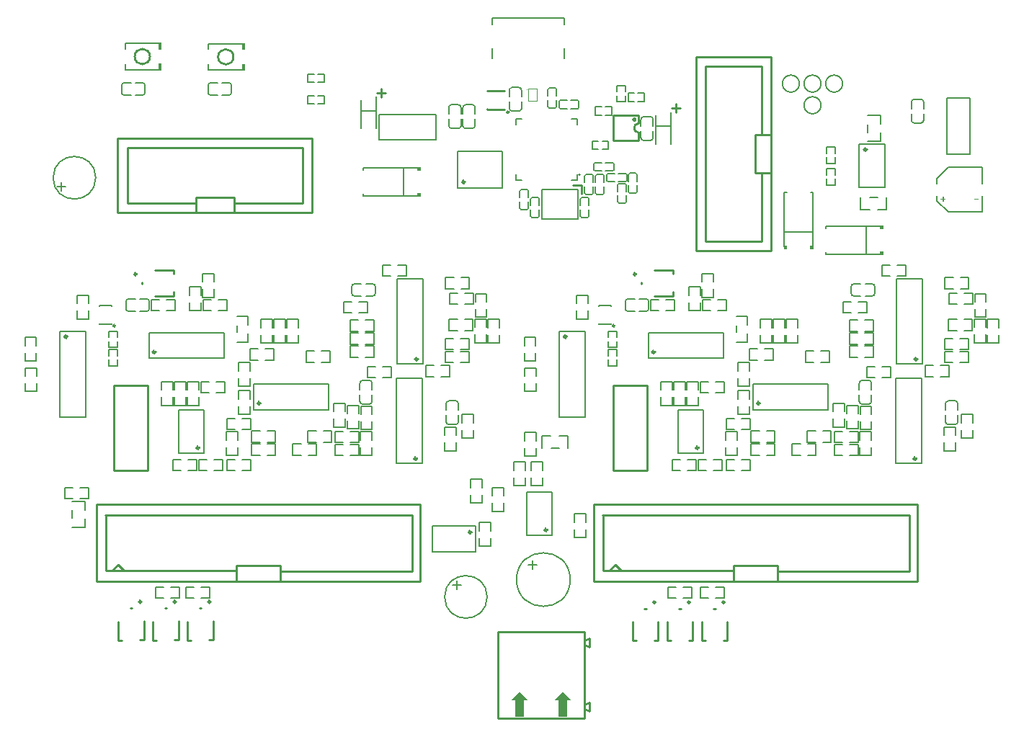
<source format=gbr>
%TF.GenerationSoftware,Altium Limited,Altium Designer,24.8.2 (39)*%
G04 Layer_Color=65535*
%FSLAX45Y45*%
%MOMM*%
%TF.SameCoordinates,7B02E6E7-76C9-4046-B631-68F2DAB786CE*%
%TF.FilePolarity,Positive*%
%TF.FileFunction,Legend,Top*%
%TF.Part,Single*%
G01*
G75*
%TA.AperFunction,NonConductor*%
%ADD88C,0.15001*%
%ADD89C,0.15240*%
%ADD90C,0.20000*%
%ADD91C,0.30000*%
%ADD92C,0.25400*%
%ADD93C,0.15200*%
%ADD94C,0.10000*%
%ADD95C,0.12700*%
%ADD96C,0.15199*%
%ADD97C,0.20320*%
G36*
X6258399Y174401D02*
X6158400D01*
Y374401D01*
X6108400D01*
X6208400Y474401D01*
X6308399Y374401D01*
X6258399D01*
Y174401D01*
D01*
D02*
G37*
G36*
X6766399D02*
X6666400D01*
Y374401D01*
X6616400D01*
X6716400Y474401D01*
X6816399Y374401D01*
X6766399D01*
Y174401D01*
D01*
D02*
G37*
G36*
X5004394Y6289560D02*
Y6330759D01*
X5050114D01*
Y6289560D01*
X5004394D01*
D01*
D02*
G37*
G36*
Y6640040D02*
Y6598841D01*
X5050114D01*
Y6640040D01*
X5004394D01*
D01*
D02*
G37*
G36*
X2002990Y8021241D02*
X1972510D01*
Y8099740D01*
X2002990D01*
Y8021241D01*
D02*
G37*
G36*
X2984072Y8017881D02*
X2953592D01*
Y8096379D01*
X2984072D01*
Y8017881D01*
D02*
G37*
G36*
X2002990Y7776261D02*
X1972510D01*
Y7854759D01*
X2002990D01*
Y7776261D01*
D02*
G37*
G36*
X2984072Y7772900D02*
X2953592D01*
Y7851399D01*
X2984072D01*
Y7772900D01*
D02*
G37*
G36*
X4529640Y7421369D02*
X4514441D01*
Y7467089D01*
X4529640D01*
Y7421369D01*
D02*
G37*
G36*
X7993240Y7239599D02*
X7978040D01*
Y7285319D01*
X7993240D01*
Y7239599D01*
D02*
G37*
G36*
X7572388Y7219038D02*
X7579235Y7212191D01*
X7582941Y7203244D01*
Y7198403D01*
Y7193561D01*
X7579235Y7184615D01*
X7572388Y7177768D01*
X7563442Y7174062D01*
X7553758D01*
X7544812Y7177768D01*
X7537965Y7184615D01*
X7534259Y7193561D01*
Y7198403D01*
Y7203244D01*
X7537965Y7212191D01*
X7544812Y7219038D01*
X7553758Y7222744D01*
X7563442D01*
X7572388Y7219038D01*
D02*
G37*
G36*
X11607662Y6255113D02*
X11550063D01*
Y6269512D01*
X11607662D01*
Y6255113D01*
D02*
G37*
G36*
X11195880Y6268800D02*
X11216200D01*
Y6254400D01*
X11195880D01*
Y6232800D01*
X11181481D01*
Y6254400D01*
X11158600D01*
Y6268800D01*
X11181481D01*
Y6290400D01*
X11195880D01*
Y6268800D01*
D02*
G37*
G36*
X10485714Y5913041D02*
X10439994D01*
Y5954240D01*
X10485714D01*
Y5913041D01*
D02*
G37*
G36*
X9664240Y5671286D02*
X9623041D01*
Y5717006D01*
X9664240D01*
Y5671286D01*
D02*
G37*
G36*
X9354959D02*
X9313760D01*
Y5717006D01*
X9354959D01*
Y5671286D01*
D02*
G37*
G36*
X10485714Y5603760D02*
X10439994D01*
Y5644959D01*
X10485714D01*
Y5603760D01*
D02*
G37*
D88*
X6921873Y6548851D02*
G03*
X6921873Y6548851I-7493J0D01*
G01*
D89*
X6440060Y6265339D02*
G03*
X6424820Y6280579I-15240J0D01*
G01*
X6355580D02*
G03*
X6340340Y6265339I0J-15240D01*
G01*
X6424820Y6046838D02*
G03*
X6440060Y6062078I0J15240D01*
G01*
X6340340D02*
G03*
X6355580Y6046838I15240J0D01*
G01*
X6891982Y7324260D02*
G03*
X6907222Y7339500I0J15240D01*
G01*
Y7408740D02*
G03*
X6891982Y7423980I-15240J0D01*
G01*
X6673481Y7339500D02*
G03*
X6688721Y7324260I15240J0D01*
G01*
Y7423980D02*
G03*
X6673481Y7408740I0J-15240D01*
G01*
X6924540Y6062078D02*
G03*
X6939780Y6046838I15240J0D01*
G01*
X7009020D02*
G03*
X7024260Y6062078I0J15240D01*
G01*
X6939780Y6280579D02*
G03*
X6924540Y6265339I0J-15240D01*
G01*
X7024260D02*
G03*
X7009020Y6280579I-15240J0D01*
G01*
X7589300Y6551541D02*
G03*
X7574060Y6566781I-15240J0D01*
G01*
X7504820D02*
G03*
X7489580Y6551541I0J-15240D01*
G01*
X7574060Y6333040D02*
G03*
X7589300Y6348280I0J15240D01*
G01*
X7489580D02*
G03*
X7504820Y6333040I15240J0D01*
G01*
X7464840Y6432161D02*
G03*
X7449600Y6447401I-15240J0D01*
G01*
X7380360D02*
G03*
X7365120Y6432161I0J-15240D01*
G01*
X7449600Y6213660D02*
G03*
X7464840Y6228900I0J15240D01*
G01*
X7365120D02*
G03*
X7380360Y6213660I15240J0D01*
G01*
X7097661Y6692460D02*
G03*
X7082421Y6677220I0J-15240D01*
G01*
Y6607980D02*
G03*
X7097661Y6592740I15240J0D01*
G01*
X7316162Y6677220D02*
G03*
X7300922Y6692460I-15240J0D01*
G01*
Y6592740D02*
G03*
X7316162Y6607980I0J15240D01*
G01*
X6543540Y7350061D02*
G03*
X6558780Y7334821I15240J0D01*
G01*
X6628020D02*
G03*
X6643260Y7350061I0J15240D01*
G01*
X6558780Y7568562D02*
G03*
X6543540Y7553322I0J-15240D01*
G01*
X6643260D02*
G03*
X6628020Y7568562I-15240J0D01*
G01*
X6313060Y6359522D02*
G03*
X6297820Y6374762I-15240J0D01*
G01*
X6228580D02*
G03*
X6213340Y6359522I0J-15240D01*
G01*
X6297820Y6141021D02*
G03*
X6313060Y6156261I0J15240D01*
G01*
X6213340D02*
G03*
X6228580Y6141021I15240J0D01*
G01*
X7202060Y6537322D02*
G03*
X7186820Y6552562I-15240J0D01*
G01*
X7117580D02*
G03*
X7102340Y6537322I0J-15240D01*
G01*
X7186820Y6318821D02*
G03*
X7202060Y6334061I0J15240D01*
G01*
X7102340D02*
G03*
X7117580Y6318821I15240J0D01*
G01*
X7075060Y6537322D02*
G03*
X7059820Y6552562I-15240J0D01*
G01*
X6990580D02*
G03*
X6975340Y6537322I0J-15240D01*
G01*
X7059820Y6318821D02*
G03*
X7075060Y6334061I0J15240D01*
G01*
X6975340D02*
G03*
X6990580Y6318821I15240J0D01*
G01*
X2468460Y5134958D02*
Y5230845D01*
X2336340D02*
X2468460D01*
X2336340Y5134958D02*
Y5230845D01*
X2468460Y4953828D02*
Y5049715D01*
X2336340Y4953828D02*
X2468460D01*
X2336340D02*
Y5049715D01*
X2620860Y5289085D02*
Y5384972D01*
X2488740D02*
X2620860D01*
X2488740Y5289085D02*
Y5384972D01*
X2620860Y5107955D02*
Y5203843D01*
X2488740Y5107955D02*
X2620860D01*
X2488740D02*
Y5203843D01*
X2006140Y3837955D02*
Y3933843D01*
Y3837955D02*
X2138260D01*
Y3933843D01*
X2006140Y4019085D02*
Y4114972D01*
X2138260D01*
Y4019085D02*
Y4114972D01*
X2158540Y3837955D02*
Y3933843D01*
Y3837955D02*
X2290660D01*
Y3933843D01*
X2158540Y4019085D02*
Y4114972D01*
X2290660D01*
Y4019085D02*
Y4114972D01*
X2467955Y4117860D02*
X2563842D01*
X2467955Y3985740D02*
Y4117860D01*
Y3985740D02*
X2563842D01*
X2649085Y4117860D02*
X2744972D01*
Y3985740D02*
Y4117860D01*
X2649085Y3985740D02*
X2744972D01*
X2310940Y3839682D02*
Y3935570D01*
Y3839682D02*
X2443060D01*
Y3935570D01*
X2310940Y4020812D02*
Y4116700D01*
X2443060D01*
Y4020812D02*
Y4116700D01*
X1483757Y4519851D02*
Y4591654D01*
X1384037Y4519851D02*
X1483757D01*
X1384037D02*
Y4591654D01*
X1483757Y4636897D02*
Y4708700D01*
X1384037D02*
X1483757D01*
X1384037Y4636897D02*
Y4708700D01*
X2063158Y4950940D02*
X2159045D01*
Y5083060D01*
X2063158D02*
X2159045D01*
X1882028Y4950940D02*
X1977915D01*
X1882028D02*
Y5083060D01*
X1977915D01*
X1015540Y4853955D02*
Y4949843D01*
Y4853955D02*
X1147660D01*
Y4949843D01*
X1015540Y5035085D02*
Y5130972D01*
X1147660D01*
Y5035085D02*
Y5130972D01*
X1487060Y4305457D02*
Y4377260D01*
X1387340Y4305457D02*
X1487060D01*
X1387340D02*
Y4377260D01*
X1487060Y4422503D02*
Y4494306D01*
X1387340D02*
X1487060D01*
X1387340Y4422503D02*
Y4494306D01*
X534757Y4182679D02*
Y4278566D01*
X402636D02*
X534757D01*
X402636Y4182679D02*
Y4278566D01*
X534757Y4001549D02*
Y4097436D01*
X402636Y4001549D02*
X534757D01*
X402636D02*
Y4097436D01*
X399897Y4360176D02*
Y4456064D01*
Y4360176D02*
X532017D01*
Y4456064D01*
X399897Y4541306D02*
Y4637194D01*
X532017D01*
Y4541306D02*
Y4637194D01*
X2771028Y3686060D02*
X2866915D01*
X2771028Y3553940D02*
Y3686060D01*
Y3553940D02*
X2866915D01*
X2952158Y3686060D02*
X3048045D01*
Y3553940D02*
Y3686060D01*
X2952158Y3553940D02*
X3048045D01*
X2772755Y3203460D02*
X2868642D01*
X2772755Y3071340D02*
Y3203460D01*
Y3071340D02*
X2868642D01*
X2953885Y3203460D02*
X3049772D01*
Y3071340D02*
Y3203460D01*
X2953885Y3071340D02*
X3049772D01*
X8910100Y3915270D02*
Y4011158D01*
X8777979D02*
X8910100D01*
X8777979Y3915270D02*
Y4011158D01*
X8910100Y3734140D02*
Y3830028D01*
X8777979Y3734140D02*
X8910100D01*
X8777979D02*
Y3830028D01*
X9194340Y4572828D02*
Y4668715D01*
Y4572828D02*
X9326460D01*
Y4668715D01*
X9194340Y4753958D02*
Y4849845D01*
X9326460D01*
Y4753958D02*
Y4849845D01*
X9041940Y4572828D02*
Y4668715D01*
Y4572828D02*
X9174060D01*
Y4668715D01*
X9041940Y4753958D02*
Y4849845D01*
X9174060D01*
Y4753958D02*
Y4849845D01*
X9346740Y4572828D02*
Y4668715D01*
Y4572828D02*
X9478860D01*
Y4668715D01*
X9346740Y4753958D02*
Y4849845D01*
X9478860D01*
Y4753958D02*
Y4849845D01*
X8910100Y4245470D02*
Y4341358D01*
X8777979D02*
X8910100D01*
X8777979Y4245470D02*
Y4341358D01*
X8910100Y4064340D02*
Y4160228D01*
X8777979Y4064340D02*
X8910100D01*
X8777979D02*
Y4160228D01*
X8909883Y4504140D02*
X9005770D01*
X8909883Y4372019D02*
Y4504140D01*
Y4372019D02*
X9005770D01*
X9091013Y4504140D02*
X9186900D01*
Y4372019D02*
Y4504140D01*
X9091013Y4372019D02*
X9186900D01*
X8335860Y5134958D02*
Y5230845D01*
X8203740D02*
X8335860D01*
X8203740Y5134958D02*
Y5230845D01*
X8335860Y4953828D02*
Y5049715D01*
X8203740Y4953828D02*
X8335860D01*
X8203740D02*
Y5049715D01*
X8488260Y5289085D02*
Y5384972D01*
X8356140D02*
X8488260D01*
X8356140Y5289085D02*
Y5384972D01*
X8488260Y5107955D02*
Y5203843D01*
X8356140Y5107955D02*
X8488260D01*
X8356140D02*
Y5203843D01*
X7873540Y3837955D02*
Y3933843D01*
Y3837955D02*
X8005660D01*
Y3933843D01*
X7873540Y4019085D02*
Y4114972D01*
X8005660D01*
Y4019085D02*
Y4114972D01*
X8025940Y3837955D02*
Y3933843D01*
Y3837955D02*
X8158060D01*
Y3933843D01*
X8025940Y4019085D02*
Y4114972D01*
X8158060D01*
Y4019085D02*
Y4114972D01*
X8335355Y4117860D02*
X8431242D01*
X8335355Y3985740D02*
Y4117860D01*
Y3985740D02*
X8431242D01*
X8516485Y4117860D02*
X8612372D01*
Y3985740D02*
Y4117860D01*
X8516485Y3985740D02*
X8612372D01*
X8178340Y3839682D02*
Y3935570D01*
Y3839682D02*
X8310460D01*
Y3935570D01*
X8178340Y4020812D02*
Y4116700D01*
X8310460D01*
Y4020812D02*
Y4116700D01*
X7351157Y4519851D02*
Y4591654D01*
X7251437Y4519851D02*
X7351157D01*
X7251437D02*
Y4591654D01*
X7351157Y4636897D02*
Y4708700D01*
X7251437D02*
X7351157D01*
X7251437Y4636897D02*
Y4708700D01*
X7930558Y4950940D02*
X8026445D01*
Y5083060D01*
X7930558D02*
X8026445D01*
X7749428Y4950940D02*
X7845315D01*
X7749428D02*
Y5083060D01*
X7845315D01*
X6882940Y4853955D02*
Y4949843D01*
Y4853955D02*
X7015060D01*
Y4949843D01*
X6882940Y5035085D02*
Y5130972D01*
X7015060D01*
Y5035085D02*
Y5130972D01*
X7354460Y4305457D02*
Y4377260D01*
X7254740Y4305457D02*
X7354460D01*
X7254740D02*
Y4377260D01*
X7354460Y4422503D02*
Y4494306D01*
X7254740D02*
X7354460D01*
X7254740Y4422503D02*
Y4494306D01*
X6402157Y4182679D02*
Y4278566D01*
X6270036D02*
X6402157D01*
X6270036Y4182679D02*
Y4278566D01*
X6402157Y4001549D02*
Y4097436D01*
X6270036Y4001549D02*
X6402157D01*
X6270036D02*
Y4097436D01*
X6267297Y4360176D02*
Y4456064D01*
Y4360176D02*
X6399417D01*
Y4456064D01*
X6267297Y4541306D02*
Y4637194D01*
X6399417D01*
Y4541306D02*
Y4637194D01*
X7954355Y1704860D02*
X8050242D01*
X7954355Y1572740D02*
Y1704860D01*
Y1572740D02*
X8050242D01*
X8135485Y1704860D02*
X8231372D01*
Y1572740D02*
Y1704860D01*
X8135485Y1572740D02*
X8231372D01*
X8516485D02*
X8612372D01*
Y1704860D01*
X8516485D02*
X8612372D01*
X8335355Y1572740D02*
X8431242D01*
X8335355D02*
Y1704860D01*
X8431242D01*
X2113958Y1572740D02*
X2209845D01*
Y1704860D01*
X2113958D02*
X2209845D01*
X1932828Y1572740D02*
X2028715D01*
X1932828D02*
Y1704860D01*
X2028715D01*
X2469558Y1572740D02*
X2565445D01*
Y1704860D01*
X2469558D02*
X2565445D01*
X2288428Y1572740D02*
X2384315D01*
X2288428D02*
Y1704860D01*
X2384315D01*
X9919860Y6682694D02*
Y6754497D01*
X9820140Y6682694D02*
X9919860D01*
X9820140D02*
Y6754497D01*
X9919860Y6799740D02*
Y6871543D01*
X9820140D02*
X9919860D01*
X9820140Y6799740D02*
Y6871543D01*
X9919860Y6428694D02*
Y6500497D01*
X9820140Y6428694D02*
X9919860D01*
X9820140D02*
Y6500497D01*
X9919860Y6545740D02*
Y6617543D01*
X9820140D02*
X9919860D01*
X9820140Y6545740D02*
Y6617543D01*
X5892340Y2593355D02*
Y2689243D01*
Y2593355D02*
X6024460D01*
Y2689243D01*
X5892340Y2774485D02*
Y2870372D01*
X6024460D01*
Y2774485D02*
Y2870372D01*
X6989660Y2467958D02*
Y2563845D01*
X6857540D02*
X6989660D01*
X6857540Y2467958D02*
Y2563845D01*
X6989660Y2286828D02*
Y2382715D01*
X6857540Y2286828D02*
X6989660D01*
X6857540D02*
Y2382715D01*
X6349540Y2896428D02*
Y2992315D01*
Y2896428D02*
X6481660D01*
Y2992315D01*
X6349540Y3077558D02*
Y3173445D01*
X6481660D01*
Y3077558D02*
Y3173445D01*
X6146340Y2896428D02*
Y2992315D01*
Y2896428D02*
X6278460D01*
Y2992315D01*
X6146340Y3077558D02*
Y3173445D01*
X6278460D01*
Y3077558D02*
Y3173445D01*
X5638340Y2693228D02*
Y2789115D01*
Y2693228D02*
X5770460D01*
Y2789115D01*
X5638340Y2874358D02*
Y2970245D01*
X5770460D01*
Y2874358D02*
Y2970245D01*
X5739940Y2185228D02*
Y2281115D01*
Y2185228D02*
X5872060D01*
Y2281115D01*
X5739940Y2366358D02*
Y2462245D01*
X5872060D01*
Y2366358D02*
Y2462245D01*
X7101497Y7247560D02*
X7173300D01*
X7101497D02*
Y7347280D01*
X7173300D01*
X7218543Y7247560D02*
X7290346D01*
Y7347280D01*
X7218543D02*
X7290346D01*
X7065294Y6846740D02*
X7137097D01*
X7065294D02*
Y6946460D01*
X7137097D01*
X7182340Y6846740D02*
X7254143D01*
Y6946460D01*
X7182340D02*
X7254143D01*
X6885927Y7138192D02*
Y7205561D01*
X6818558D02*
X6885927D01*
Y6490317D02*
Y6557688D01*
X6818558Y6490317D02*
X6885927D01*
X6170683Y7138192D02*
Y7205561D01*
X6238054D01*
X6170683Y6490317D02*
Y6557688D01*
Y6490317D02*
X6238054D01*
X6340340Y6186330D02*
Y6265339D01*
X6440060Y6186330D02*
Y6265339D01*
X6355580Y6280579D02*
X6424820D01*
X6340340Y6062078D02*
Y6141087D01*
X6440060Y6062078D02*
Y6141087D01*
X6355580Y6046838D02*
X6424820D01*
X6812973Y7423980D02*
X6891982D01*
X6812973Y7324260D02*
X6891982D01*
X6907222Y7339500D02*
Y7408740D01*
X6688721Y7423980D02*
X6767730D01*
X6688721Y7324260D02*
X6767730D01*
X6673481Y7339500D02*
Y7408740D01*
X7024260Y6062078D02*
Y6141087D01*
X6924540Y6062078D02*
Y6141087D01*
X6939780Y6046838D02*
X7009020D01*
X7024260Y6186330D02*
Y6265339D01*
X6924540Y6186330D02*
Y6265339D01*
X6939780Y6280579D02*
X7009020D01*
X7250061Y6565460D02*
X7329070D01*
X7234821Y6550220D02*
X7250061Y6565460D01*
X7234821Y6480980D02*
Y6550220D01*
Y6480980D02*
X7250061Y6465740D01*
X7329070D01*
X7374313Y6565460D02*
X7453322D01*
X7468562Y6550220D01*
Y6480980D02*
Y6550220D01*
X7453322Y6465740D02*
X7468562Y6480980D01*
X7374313Y6465740D02*
X7453322D01*
X7489580Y6472532D02*
Y6551541D01*
X7589300Y6472532D02*
Y6551541D01*
X7504820Y6566781D02*
X7574060D01*
X7489580Y6348280D02*
Y6427289D01*
X7589300Y6348280D02*
Y6427289D01*
X7504820Y6333040D02*
X7574060D01*
X7365120Y6353152D02*
Y6432161D01*
X7464840Y6353152D02*
Y6432161D01*
X7380360Y6447401D02*
X7449600D01*
X7365120Y6228900D02*
Y6307909D01*
X7464840Y6228900D02*
Y6307909D01*
X7380360Y6213660D02*
X7449600D01*
X7097661Y6592740D02*
X7176670D01*
X7097661Y6692460D02*
X7176670D01*
X7082421Y6607980D02*
Y6677220D01*
X7221913Y6592740D02*
X7300922D01*
X7221913Y6692460D02*
X7300922D01*
X7316162Y6607980D02*
Y6677220D01*
X6643260Y7350061D02*
Y7429070D01*
X6543540Y7350061D02*
Y7429070D01*
X6558780Y7334821D02*
X6628020D01*
X6643260Y7474313D02*
Y7553322D01*
X6543540Y7474313D02*
Y7553322D01*
X6558780Y7568562D02*
X6628020D01*
X6213340Y6280513D02*
Y6359522D01*
X6313060Y6280513D02*
Y6359522D01*
X6228580Y6374762D02*
X6297820D01*
X6213340Y6156261D02*
Y6235270D01*
X6313060Y6156261D02*
Y6235270D01*
X6228580Y6141021D02*
X6297820D01*
X7102340Y6458313D02*
Y6537322D01*
X7202060Y6458313D02*
Y6537322D01*
X7117580Y6552562D02*
X7186820D01*
X7102340Y6334061D02*
Y6413070D01*
X7202060Y6334061D02*
Y6413070D01*
X7117580Y6318821D02*
X7186820D01*
X6975340Y6458313D02*
Y6537322D01*
X7075060Y6458313D02*
Y6537322D01*
X6990580Y6552562D02*
X7059820D01*
X6975340Y6334061D02*
Y6413070D01*
X7075060Y6334061D02*
Y6413070D01*
X6990580Y6318821D02*
X7059820D01*
X3722857Y7380140D02*
X3794660D01*
X3722857D02*
Y7479860D01*
X3794660D01*
X3839903Y7380140D02*
X3911706D01*
Y7479860D01*
X3839903D02*
X3911706D01*
X7485100Y7407100D02*
X7556903D01*
X7485100D02*
Y7506821D01*
X7556903D01*
X7602146Y7407100D02*
X7673949D01*
Y7506821D01*
X7602146D02*
X7673949D01*
X7454500Y7407300D02*
Y7479103D01*
X7354780Y7407300D02*
X7454500D01*
X7354780D02*
Y7479103D01*
X7454500Y7524346D02*
Y7596149D01*
X7354780D02*
X7454500D01*
X7354780Y7524346D02*
Y7596149D01*
X3722857Y7634140D02*
X3794660D01*
X3722857D02*
Y7733860D01*
X3794660D01*
X3839903Y7634140D02*
X3911706D01*
Y7733860D01*
X3839903D02*
X3911706D01*
X2440828Y3203460D02*
X2536715D01*
X2440828Y3071340D02*
Y3203460D01*
Y3071340D02*
X2536715D01*
X2621958Y3203460D02*
X2717845D01*
Y3071340D02*
Y3203460D01*
X2621958Y3071340D02*
X2717845D01*
X2900260Y3433158D02*
Y3529045D01*
X2768140D02*
X2900260D01*
X2768140Y3433158D02*
Y3529045D01*
X2900260Y3252028D02*
Y3347915D01*
X2768140Y3252028D02*
X2900260D01*
X2768140D02*
Y3347915D01*
X4401685Y4557240D02*
X4497572D01*
Y4689360D01*
X4401685D02*
X4497572D01*
X4220555Y4557240D02*
X4316442D01*
X4220555D02*
Y4689360D01*
X4316442D01*
X4601555Y5489460D02*
X4697442D01*
X4601555Y5357340D02*
Y5489460D01*
Y5357340D02*
X4697442D01*
X4782685Y5489460D02*
X4878572D01*
Y5357340D02*
Y5489460D01*
X4782685Y5357340D02*
X4878572D01*
X5824000Y5055730D02*
Y5151618D01*
X5691879D02*
X5824000D01*
X5691879Y5055730D02*
Y5151618D01*
X5824000Y4874600D02*
Y4970488D01*
X5691879Y4874600D02*
X5824000D01*
X5691879D02*
Y4970488D01*
X5341183Y5339800D02*
X5437070D01*
X5341183Y5207679D02*
Y5339800D01*
Y5207679D02*
X5437070D01*
X5522313Y5339800D02*
X5618200D01*
Y5207679D02*
Y5339800D01*
X5522313Y5207679D02*
X5618200D01*
X2137755Y3203460D02*
X2233642D01*
X2137755Y3071340D02*
Y3203460D01*
Y3071340D02*
X2233642D01*
X2318885Y3203460D02*
X2414772D01*
Y3071340D02*
Y3203460D01*
X2318885Y3071340D02*
X2414772D01*
X4220555Y4536960D02*
X4316442D01*
X4220555Y4404840D02*
Y4536960D01*
Y4404840D02*
X4316442D01*
X4401685Y4536960D02*
X4497572D01*
Y4404840D02*
Y4536960D01*
X4401685Y4404840D02*
X4497572D01*
X5841540Y4572828D02*
Y4668715D01*
Y4572828D02*
X5973660D01*
Y4668715D01*
X5841540Y4753958D02*
Y4849845D01*
X5973660D01*
Y4753958D02*
Y4849845D01*
X5388955Y5159260D02*
X5484842D01*
X5388955Y5027140D02*
Y5159260D01*
Y5027140D02*
X5484842D01*
X5570085Y5159260D02*
X5665972D01*
Y5027140D02*
Y5159260D01*
X5570085Y5027140D02*
X5665972D01*
X5821260Y4755685D02*
Y4851572D01*
X5689140D02*
X5821260D01*
X5689140Y4755685D02*
Y4851572D01*
X5821260Y4574555D02*
Y4670443D01*
X5689140Y4574555D02*
X5821260D01*
X5689140D02*
Y4670443D01*
X5517558Y4493740D02*
X5613445D01*
Y4625860D01*
X5517558D02*
X5613445D01*
X5336428Y4493740D02*
X5432315D01*
X5336428D02*
Y4625860D01*
X5432315D01*
X4401685Y4709640D02*
X4497572D01*
Y4841760D01*
X4401685D02*
X4497572D01*
X4220555Y4709640D02*
X4316442D01*
X4220555D02*
Y4841760D01*
X4316442D01*
X4142628Y5057660D02*
X4238515D01*
X4142628Y4925540D02*
Y5057660D01*
Y4925540D02*
X4238515D01*
X4323758Y5057660D02*
X4419645D01*
Y4925540D02*
Y5057660D01*
X4323758Y4925540D02*
X4419645D01*
X5565330Y4719600D02*
X5661218D01*
Y4851721D01*
X5565330D02*
X5661218D01*
X5384200Y4719600D02*
X5480088D01*
X5384200D02*
Y4851721D01*
X5480088D01*
X5290685Y4176240D02*
X5386572D01*
Y4308360D01*
X5290685D02*
X5386572D01*
X5109555Y4176240D02*
X5205442D01*
X5109555D02*
Y4308360D01*
X5205442D01*
X5517558Y4341340D02*
X5613445D01*
Y4473460D01*
X5517558D02*
X5613445D01*
X5336428Y4341340D02*
X5432315D01*
X5336428D02*
Y4473460D01*
X5432315D01*
X4222158Y3401540D02*
X4318045D01*
Y3533660D01*
X4222158D02*
X4318045D01*
X4041028Y3401540D02*
X4136915D01*
X4041028D02*
Y3533660D01*
X4136915D01*
X4422028Y4295660D02*
X4517915D01*
X4422028Y4163540D02*
Y4295660D01*
Y4163540D02*
X4517915D01*
X4603158Y4295660D02*
X4699045D01*
Y4163540D02*
Y4295660D01*
X4603158Y4163540D02*
X4699045D01*
X4187800Y3561583D02*
Y3657470D01*
Y3561583D02*
X4319921D01*
Y3657470D01*
X4187800Y3742713D02*
Y3838600D01*
X4319921D01*
Y3742713D02*
Y3838600D01*
X4477800Y3734930D02*
Y3830818D01*
X4345679D02*
X4477800D01*
X4345679Y3734930D02*
Y3830818D01*
X4477800Y3553800D02*
Y3649688D01*
X4345679Y3553800D02*
X4477800D01*
X4345679D02*
Y3649688D01*
X4475060Y3433158D02*
Y3529045D01*
X4342940D02*
X4475060D01*
X4342940Y3433158D02*
Y3529045D01*
X4475060Y3252028D02*
Y3347915D01*
X4342940Y3252028D02*
X4475060D01*
X4342940D02*
Y3347915D01*
X5333540Y3304555D02*
Y3400443D01*
Y3304555D02*
X5465660D01*
Y3400443D01*
X5333540Y3485685D02*
Y3581572D01*
X5465660D01*
Y3485685D02*
Y3581572D01*
X4042755Y3381260D02*
X4138642D01*
X4042755Y3249140D02*
Y3381260D01*
Y3249140D02*
X4138642D01*
X4223885Y3381260D02*
X4319772D01*
Y3249140D02*
Y3381260D01*
X4223885Y3249140D02*
X4319772D01*
X5668860Y3636358D02*
Y3732245D01*
X5536740D02*
X5668860D01*
X5536740Y3636358D02*
Y3732245D01*
X5668860Y3455228D02*
Y3551115D01*
X5536740Y3455228D02*
X5668860D01*
X5536740D02*
Y3551115D01*
X4025440Y3584768D02*
Y3680655D01*
Y3584768D02*
X4157560D01*
Y3680655D01*
X4025440Y3765898D02*
Y3861785D01*
X4157560D01*
Y3765898D02*
Y3861785D01*
X3545728Y3383800D02*
X3641615D01*
X3545728Y3251680D02*
Y3383800D01*
Y3251680D02*
X3641615D01*
X3726858Y3383800D02*
X3822745D01*
Y3251680D02*
Y3383800D01*
X3726858Y3251680D02*
X3822745D01*
X3064855Y3383800D02*
X3160742D01*
X3064855Y3251680D02*
Y3383800D01*
Y3251680D02*
X3160742D01*
X3245985Y3383800D02*
X3341872D01*
Y3251680D02*
Y3383800D01*
X3245985Y3251680D02*
X3341872D01*
X8541885Y4950940D02*
X8637772D01*
Y5083060D01*
X8541885D02*
X8637772D01*
X8360755Y4950940D02*
X8456642D01*
X8360755D02*
Y5083060D01*
X8456642D01*
X9592655Y3536200D02*
X9688542D01*
X9592655Y3404080D02*
Y3536200D01*
Y3404080D02*
X9688542D01*
X9773785Y3536200D02*
X9869672D01*
Y3404080D02*
Y3536200D01*
X9773785Y3404080D02*
X9869672D01*
X9111658D02*
X9207545D01*
Y3536200D01*
X9111658D02*
X9207545D01*
X8930528Y3404080D02*
X9026415D01*
X8930528D02*
Y3536200D01*
X9026415D01*
X8638428Y3686060D02*
X8734315D01*
X8638428Y3553940D02*
Y3686060D01*
Y3553940D02*
X8734315D01*
X8819558Y3686060D02*
X8915445D01*
Y3553940D02*
Y3686060D01*
X8819558Y3553940D02*
X8915445D01*
X8640155Y3203460D02*
X8736042D01*
X8640155Y3071340D02*
Y3203460D01*
Y3071340D02*
X8736042D01*
X8821285Y3203460D02*
X8917172D01*
Y3071340D02*
Y3203460D01*
X8821285Y3071340D02*
X8917172D01*
X8308228Y3203460D02*
X8404115D01*
X8308228Y3071340D02*
Y3203460D01*
Y3071340D02*
X8404115D01*
X8489358Y3203460D02*
X8585245D01*
Y3071340D02*
Y3203460D01*
X8489358Y3071340D02*
X8585245D01*
X8767660Y3433158D02*
Y3529045D01*
X8635540D02*
X8767660D01*
X8635540Y3433158D02*
Y3529045D01*
X8767660Y3252028D02*
Y3347915D01*
X8635540Y3252028D02*
X8767660D01*
X8635540D02*
Y3347915D01*
X10269085Y4557240D02*
X10364972D01*
Y4689360D01*
X10269085D02*
X10364972D01*
X10087955Y4557240D02*
X10183842D01*
X10087955D02*
Y4689360D01*
X10183842D01*
X10468955Y5489460D02*
X10564842D01*
X10468955Y5357340D02*
Y5489460D01*
Y5357340D02*
X10564842D01*
X10650085Y5489460D02*
X10745972D01*
Y5357340D02*
Y5489460D01*
X10650085Y5357340D02*
X10745972D01*
X11691400Y5055730D02*
Y5151618D01*
X11559279D02*
X11691400D01*
X11559279Y5055730D02*
Y5151618D01*
X11691400Y4874600D02*
Y4970488D01*
X11559279Y4874600D02*
X11691400D01*
X11559279D02*
Y4970488D01*
X11208583Y5339800D02*
X11304470D01*
X11208583Y5207679D02*
Y5339800D01*
Y5207679D02*
X11304470D01*
X11389713Y5339800D02*
X11485600D01*
Y5207679D02*
Y5339800D01*
X11389713Y5207679D02*
X11485600D01*
X8005155Y3203460D02*
X8101042D01*
X8005155Y3071340D02*
Y3203460D01*
Y3071340D02*
X8101042D01*
X8186285Y3203460D02*
X8282172D01*
Y3071340D02*
Y3203460D01*
X8186285Y3071340D02*
X8282172D01*
X10087955Y4536960D02*
X10183842D01*
X10087955Y4404840D02*
Y4536960D01*
Y4404840D02*
X10183842D01*
X10269085Y4536960D02*
X10364972D01*
Y4404840D02*
Y4536960D01*
X10269085Y4404840D02*
X10364972D01*
X11708940Y4572828D02*
Y4668715D01*
Y4572828D02*
X11841060D01*
Y4668715D01*
X11708940Y4753958D02*
Y4849845D01*
X11841060D01*
Y4753958D02*
Y4849845D01*
X11256355Y5159260D02*
X11352242D01*
X11256355Y5027140D02*
Y5159260D01*
Y5027140D02*
X11352242D01*
X11437485Y5159260D02*
X11533372D01*
Y5027140D02*
Y5159260D01*
X11437485Y5027140D02*
X11533372D01*
X11688660Y4755685D02*
Y4851572D01*
X11556540D02*
X11688660D01*
X11556540Y4755685D02*
Y4851572D01*
X11688660Y4574555D02*
Y4670443D01*
X11556540Y4574555D02*
X11688660D01*
X11556540D02*
Y4670443D01*
X11384958Y4493740D02*
X11480845D01*
Y4625860D01*
X11384958D02*
X11480845D01*
X11203828Y4493740D02*
X11299715D01*
X11203828D02*
Y4625860D01*
X11299715D01*
X10269085Y4709640D02*
X10364972D01*
Y4841760D01*
X10269085D02*
X10364972D01*
X10087955Y4709640D02*
X10183842D01*
X10087955D02*
Y4841760D01*
X10183842D01*
X10010028Y5057660D02*
X10105915D01*
X10010028Y4925540D02*
Y5057660D01*
Y4925540D02*
X10105915D01*
X10191158Y5057660D02*
X10287045D01*
Y4925540D02*
Y5057660D01*
X10191158Y4925540D02*
X10287045D01*
X11432730Y4719600D02*
X11528618D01*
Y4851721D01*
X11432730D02*
X11528618D01*
X11251600Y4719600D02*
X11347488D01*
X11251600D02*
Y4851721D01*
X11347488D01*
X11158085Y4176240D02*
X11253972D01*
Y4308360D01*
X11158085D02*
X11253972D01*
X10976955Y4176240D02*
X11072842D01*
X10976955D02*
Y4308360D01*
X11072842D01*
X11384958Y4341340D02*
X11480845D01*
Y4473460D01*
X11384958D02*
X11480845D01*
X11203828Y4341340D02*
X11299715D01*
X11203828D02*
Y4473460D01*
X11299715D01*
X10089558Y3401540D02*
X10185445D01*
Y3533660D01*
X10089558D02*
X10185445D01*
X9908428Y3401540D02*
X10004315D01*
X9908428D02*
Y3533660D01*
X10004315D01*
X10289428Y4295660D02*
X10385315D01*
X10289428Y4163540D02*
Y4295660D01*
Y4163540D02*
X10385315D01*
X10470558Y4295660D02*
X10566445D01*
Y4163540D02*
Y4295660D01*
X10470558Y4163540D02*
X10566445D01*
X10055200Y3561583D02*
Y3657470D01*
Y3561583D02*
X10187321D01*
Y3657470D01*
X10055200Y3742713D02*
Y3838600D01*
X10187321D01*
Y3742713D02*
Y3838600D01*
X10345200Y3734930D02*
Y3830818D01*
X10213079D02*
X10345200D01*
X10213079Y3734930D02*
Y3830818D01*
X10345200Y3553800D02*
Y3649688D01*
X10213079Y3553800D02*
X10345200D01*
X10213079D02*
Y3649688D01*
X10342460Y3433158D02*
Y3529045D01*
X10210340D02*
X10342460D01*
X10210340Y3433158D02*
Y3529045D01*
X10342460Y3252028D02*
Y3347915D01*
X10210340Y3252028D02*
X10342460D01*
X10210340D02*
Y3347915D01*
X11200940Y3304555D02*
Y3400443D01*
Y3304555D02*
X11333060D01*
Y3400443D01*
X11200940Y3485685D02*
Y3581572D01*
X11333060D01*
Y3485685D02*
Y3581572D01*
X9910155Y3381260D02*
X10006042D01*
X9910155Y3249140D02*
Y3381260D01*
Y3249140D02*
X10006042D01*
X10091285Y3381260D02*
X10187172D01*
Y3249140D02*
Y3381260D01*
X10091285Y3249140D02*
X10187172D01*
X11536260Y3636358D02*
Y3732245D01*
X11404140D02*
X11536260D01*
X11404140Y3636358D02*
Y3732245D01*
X11536260Y3455228D02*
Y3551115D01*
X11404140Y3455228D02*
X11536260D01*
X11404140D02*
Y3551115D01*
X9892840Y3584768D02*
Y3680655D01*
Y3584768D02*
X10024960D01*
Y3680655D01*
X9892840Y3765898D02*
Y3861785D01*
X10024960D01*
Y3765898D02*
Y3861785D01*
X9413128Y3383800D02*
X9509015D01*
X9413128Y3251680D02*
Y3383800D01*
Y3251680D02*
X9509015D01*
X9594258Y3383800D02*
X9690145D01*
Y3251680D02*
Y3383800D01*
X9594258Y3251680D02*
X9690145D01*
X8932255Y3383800D02*
X9028142D01*
X8932255Y3251680D02*
Y3383800D01*
Y3251680D02*
X9028142D01*
X9113385Y3383800D02*
X9209272D01*
Y3251680D02*
Y3383800D01*
X9113385Y3251680D02*
X9209272D01*
X9570283Y4478740D02*
X9666170D01*
X9570283Y4346619D02*
Y4478740D01*
Y4346619D02*
X9666170D01*
X9751413Y4478740D02*
X9847300D01*
Y4346619D02*
Y4478740D01*
X9751413Y4346619D02*
X9847300D01*
X6405460Y3422998D02*
Y3518885D01*
X6273340D02*
X6405460D01*
X6273340Y3422998D02*
Y3518885D01*
X6405460Y3241868D02*
Y3337755D01*
X6273340Y3241868D02*
X6405460D01*
X6273340D02*
Y3337755D01*
X1047158Y2741140D02*
X1143045D01*
Y2873260D01*
X1047158D02*
X1143045D01*
X866028Y2741140D02*
X961915D01*
X866028D02*
Y2873260D01*
X961915D01*
X2674485Y4950940D02*
X2770372D01*
Y5083060D01*
X2674485D02*
X2770372D01*
X2493355Y4950940D02*
X2589242D01*
X2493355D02*
Y5083060D01*
X2589242D01*
X3702883Y4478740D02*
X3798770D01*
X3702883Y4346619D02*
Y4478740D01*
Y4346619D02*
X3798770D01*
X3884013Y4478740D02*
X3979900D01*
Y4346619D02*
Y4478740D01*
X3884013Y4346619D02*
X3979900D01*
X3725255Y3536200D02*
X3821142D01*
X3725255Y3404080D02*
Y3536200D01*
Y3404080D02*
X3821142D01*
X3906385Y3536200D02*
X4002272D01*
Y3404080D02*
Y3536200D01*
X3906385Y3404080D02*
X4002272D01*
X3244258D02*
X3340145D01*
Y3536200D01*
X3244258D02*
X3340145D01*
X3063128Y3404080D02*
X3159015D01*
X3063128D02*
Y3536200D01*
X3159015D01*
X3042700Y3915270D02*
Y4011158D01*
X2910579D02*
X3042700D01*
X2910579Y3915270D02*
Y4011158D01*
X3042700Y3734140D02*
Y3830028D01*
X2910579Y3734140D02*
X3042700D01*
X2910579D02*
Y3830028D01*
X3326940Y4572828D02*
Y4668715D01*
Y4572828D02*
X3459060D01*
Y4668715D01*
X3326940Y4753958D02*
Y4849845D01*
X3459060D01*
Y4753958D02*
Y4849845D01*
X3174540Y4572828D02*
Y4668715D01*
Y4572828D02*
X3306660D01*
Y4668715D01*
X3174540Y4753958D02*
Y4849845D01*
X3306660D01*
Y4753958D02*
Y4849845D01*
X3479340Y4572828D02*
Y4668715D01*
Y4572828D02*
X3611460D01*
Y4668715D01*
X3479340Y4753958D02*
Y4849845D01*
X3611460D01*
Y4753958D02*
Y4849845D01*
X3042700Y4245470D02*
Y4341358D01*
X2910579D02*
X3042700D01*
X2910579Y4245470D02*
Y4341358D01*
X3042700Y4064340D02*
Y4160228D01*
X2910579Y4064340D02*
X3042700D01*
X2910579D02*
Y4160228D01*
X3042483Y4504140D02*
X3138370D01*
X3042483Y4372019D02*
Y4504140D01*
Y4372019D02*
X3138370D01*
X3223613Y4504140D02*
X3319500D01*
Y4372019D02*
Y4504140D01*
X3223613Y4372019D02*
X3319500D01*
X10942383Y4323880D02*
Y5329120D01*
X10638101D02*
X10942383D01*
X10638101Y4323880D02*
Y5329120D01*
Y4323880D02*
X10942383D01*
X2505900Y3278479D02*
Y3783721D01*
X2201618D02*
X2505900D01*
X2201618Y3278479D02*
Y3783721D01*
Y3278479D02*
X2505900D01*
X5074983Y4323880D02*
Y5329120D01*
X4770701D02*
X5074983D01*
X4770701Y4323880D02*
Y5329120D01*
Y4323880D02*
X5074983D01*
X5063299Y3155480D02*
Y4160720D01*
X4759017D02*
X5063299D01*
X4759017Y3155480D02*
Y4160720D01*
Y3155480D02*
X5063299D01*
X3089276Y3788885D02*
X3969518D01*
Y4093167D01*
X3089276D02*
X3969518D01*
X3089276Y3788885D02*
Y4093167D01*
X1857376Y4390966D02*
X2737618D01*
Y4695248D01*
X1857376D02*
X2737618D01*
X1857376Y4390966D02*
Y4695248D01*
X804998Y3700074D02*
Y4705314D01*
Y3700074D02*
X1109280D01*
Y4705314D01*
X804998D02*
X1109280D01*
X8373300Y3278479D02*
Y3783721D01*
X8069018D02*
X8373300D01*
X8069018Y3278479D02*
Y3783721D01*
Y3278479D02*
X8373300D01*
X10930699Y3155480D02*
Y4160720D01*
X10626417D02*
X10930699D01*
X10626417Y3155480D02*
Y4160720D01*
Y3155480D02*
X10930699D01*
X8956676Y3788885D02*
X9836918D01*
Y4093167D01*
X8956676D02*
X9836918D01*
X8956676Y3788885D02*
Y4093167D01*
X7724776Y4390966D02*
X8605018D01*
Y4695248D01*
X7724776D02*
X8605018D01*
X7724776Y4390966D02*
Y4695248D01*
X6672398Y3700074D02*
Y4705314D01*
Y3700074D02*
X6976680D01*
Y4705314D01*
X6672398D02*
X6976680D01*
X10303779Y7047656D02*
Y7138736D01*
X10449021Y7142655D02*
Y7245817D01*
X10303779D02*
X10449021D01*
Y6940575D02*
Y7043737D01*
X10303779Y6940575D02*
X10449021D01*
X6780565Y3337499D02*
Y3482741D01*
X6677403D02*
X6780565D01*
X6475323Y3337499D02*
Y3482741D01*
X6578485D01*
X6582404Y3337499D02*
X6673484D01*
X956579Y2407183D02*
X1101821D01*
Y2510345D01*
X956579Y2712425D02*
X1101821D01*
Y2609263D02*
Y2712425D01*
X956579Y2514264D02*
Y2605344D01*
X4558979Y6960255D02*
X5224221D01*
X4558979D02*
Y7254534D01*
X5224221D01*
Y6960255D02*
Y7254534D01*
X4844856Y6297635D02*
Y6632869D01*
X4376778Y6632417D02*
X5012011D01*
X4376778Y6297183D02*
X5012011D01*
X4376778Y6603924D02*
Y6632417D01*
Y6297183D02*
Y6325677D01*
X4346778Y7093752D02*
Y7428987D01*
X4522022Y7093752D02*
Y7428987D01*
X4346778Y7301804D02*
X4522022D01*
X11230871Y7455400D02*
X11505150D01*
X11230871Y6790159D02*
Y7455400D01*
Y6790159D02*
X11505150D01*
Y7455400D01*
X10280456Y5611835D02*
Y5947069D01*
X9812378Y5946617D02*
X10447611D01*
X9812378Y5611383D02*
X10447611D01*
X9812378Y5918124D02*
Y5946617D01*
Y5611383D02*
Y5639877D01*
X11247188Y6637634D02*
X11648000D01*
X11116124Y6506824D02*
X11247188Y6637634D01*
X11244902Y6110838D02*
X11646984D01*
X11116124Y6239616D02*
X11244902Y6110838D01*
X10198300Y6907921D02*
X10502582D01*
Y6402679D02*
Y6907921D01*
X10198300Y6402679D02*
X10502582D01*
X10198300D02*
Y6907921D01*
X10218775Y6139779D02*
Y6285021D01*
Y6139779D02*
X10321937D01*
X10524017D02*
Y6285021D01*
X10420855Y6139779D02*
X10524017D01*
X10325856Y6285021D02*
X10416936D01*
X9321835Y5876544D02*
X9657069D01*
X9656617Y5709389D02*
Y6344623D01*
X9321383Y5709389D02*
Y6344623D01*
X9628123D02*
X9656617D01*
X9321383D02*
X9349877D01*
X6291018Y2313279D02*
X6595300D01*
X6291018D02*
Y2818521D01*
X6595300D01*
Y2313279D02*
Y2818521D01*
X5690321Y2119500D02*
Y2423782D01*
X5185079Y2119500D02*
X5690321D01*
X5185079D02*
Y2423782D01*
X5690321D01*
X1574888Y7783881D02*
X1980130D01*
X1574888D02*
Y7849679D01*
Y8092120D02*
X1980130D01*
X1574888Y8026321D02*
Y8092120D01*
X2555970Y7780520D02*
X2961212D01*
X2555970D02*
Y7846319D01*
Y8088759D02*
X2961212D01*
X2555970Y8022961D02*
Y8088759D01*
X5478630Y6389451D02*
X6006371D01*
Y6824731D01*
X5478630D02*
X6006371D01*
X5478630Y6389451D02*
Y6824731D01*
X7810378Y6911982D02*
Y7247217D01*
X7985622Y6911982D02*
Y7247217D01*
X7810378Y7120034D02*
X7985622D01*
D90*
X5829400Y1588000D02*
G03*
X5829400Y1588000I-250000J0D01*
G01*
X9752000Y7366000D02*
G03*
X9752000Y7366000I-100000J0D01*
G01*
X10006000Y7620000D02*
G03*
X10006000Y7620000I-100000J0D01*
G01*
X9498000D02*
G03*
X9498000Y7620000I-100000J0D01*
G01*
X9752000D02*
G03*
X9752000Y7620000I-100000J0D01*
G01*
X1230000Y6514000D02*
G03*
X1230000Y6514000I-250000J0D01*
G01*
X6804800Y1791200D02*
G03*
X6804800Y1791200I-315000J0D01*
G01*
X5426000Y1727700D02*
X5527600D01*
X5476800Y1676900D02*
Y1778500D01*
X6739000Y7913000D02*
Y8038000D01*
X5889000Y7913000D02*
Y8038000D01*
X6739000Y8313000D02*
Y8388000D01*
X5889000D02*
X6739000D01*
X5889000Y8313000D02*
Y8388000D01*
X776800Y6411600D02*
X878400D01*
X827600Y6360800D02*
Y6462400D01*
X6360300Y1918200D02*
Y2019800D01*
X6309500Y1969000D02*
X6411100D01*
D91*
X10882165Y4382000D02*
G03*
X10882165Y4382000I-15011J0D01*
G01*
X2445682Y3340600D02*
G03*
X2445682Y3340600I-15011J0D01*
G01*
X5014765Y4382000D02*
G03*
X5014765Y4382000I-15011J0D01*
G01*
X5003081Y3213600D02*
G03*
X5003081Y3213600I-15011J0D01*
G01*
X3163408Y3864112D02*
G03*
X3163408Y3864112I-15011J0D01*
G01*
X1931508Y4466194D02*
G03*
X1931508Y4466194I-15011J0D01*
G01*
X895239Y4647194D02*
G03*
X895239Y4647194I-15011J0D01*
G01*
X8313082Y3340600D02*
G03*
X8313082Y3340600I-15011J0D01*
G01*
X10870481Y3213600D02*
G03*
X10870481Y3213600I-15011J0D01*
G01*
X9030808Y3864112D02*
G03*
X9030808Y3864112I-15011J0D01*
G01*
X7798908Y4466194D02*
G03*
X7798908Y4466194I-15011J0D01*
G01*
X6762639Y4647194D02*
G03*
X6762639Y4647194I-15011J0D01*
G01*
X10288541Y6845800D02*
G03*
X10288541Y6845800I-15011J0D01*
G01*
X6535082Y2375400D02*
G03*
X6535082Y2375400I-15011J0D01*
G01*
X5643211Y2348552D02*
G03*
X5643211Y2348552I-15011J0D01*
G01*
X5567011Y6464699D02*
G03*
X5567011Y6464699I-15011J0D01*
G01*
D92*
X1461508Y4774202D02*
G03*
X1461508Y4774202I-12700J0D01*
G01*
X1713736Y5382120D02*
G03*
X1713736Y5382120I-15824J0D01*
G01*
X7328908Y4774202D02*
G03*
X7328908Y4774202I-12700J0D01*
G01*
X7581136Y5382120D02*
G03*
X7581136Y5382120I-15824J0D01*
G01*
X7608460Y7153013D02*
G03*
X7611000Y7043793I2348J-54585D01*
G01*
X7809044Y1524195D02*
G03*
X7809044Y1524195I-15824J0D01*
G01*
X8215444D02*
G03*
X8215444Y1524195I-15824J0D01*
G01*
X8621844D02*
G03*
X8621844Y1524195I-15824J0D01*
G01*
X1767344Y1530488D02*
G03*
X1767344Y1530488I-15824J0D01*
G01*
X2173744D02*
G03*
X2173744Y1530488I-15824J0D01*
G01*
X2580144D02*
G03*
X2580144Y1530488I-15824J0D01*
G01*
X6085001Y7286000D02*
G03*
X6085001Y7286000I-12497J0D01*
G01*
X1867507Y7938003D02*
G03*
X1867507Y7938003I-90000J0D01*
G01*
X2848588Y7934642D02*
G03*
X2848588Y7934642I-90000J0D01*
G01*
X7403660Y1897880D02*
Y1900420D01*
X7335080Y1969000D02*
X7403660Y1900420D01*
X7271580Y1905500D02*
X7335080Y1969000D01*
X10532940Y1892800D02*
X10792020D01*
X9257860D02*
X10532940D01*
X9245160Y1781040D02*
X9247700Y1778500D01*
X9245160Y1781040D02*
Y1958840D01*
X8724460D02*
X9245160D01*
X8724460Y1956300D02*
Y1958840D01*
Y1781040D02*
Y1958840D01*
X7083620Y1773420D02*
X10883612D01*
X8465380Y1895340D02*
X8724460D01*
X7190300D02*
X8465380D01*
X7187760Y2553200D02*
X10792020D01*
X7190300Y1895340D02*
Y2552337D01*
X7083620Y1773420D02*
Y2673418D01*
X7083468Y2675120D02*
X10883460D01*
X10792020Y1896204D02*
Y2553200D01*
X10883460Y1775122D02*
Y2675120D01*
X1775405Y5266095D02*
Y5286100D01*
X2146402Y5381602D02*
Y5426598D01*
X1922405Y5427098D02*
X2142404D01*
X1929403Y5125100D02*
X2149407D01*
Y5170096D01*
X1440400Y3075196D02*
Y4075194D01*
X1840400D01*
Y3075196D02*
Y4075194D01*
X1440400Y3075196D02*
X1840400D01*
X7642805Y5266095D02*
Y5286100D01*
X8013802Y5381602D02*
Y5426598D01*
X7789805Y5427098D02*
X8009804D01*
X7796803Y5125100D02*
X8016807D01*
Y5170096D01*
X7307800Y3075196D02*
Y4075194D01*
X7707800D01*
Y3075196D02*
Y4075194D01*
X7307800Y3075196D02*
X7707800D01*
X7328568Y7248403D02*
X7588633D01*
X7308601Y6948403D02*
X7588633D01*
X7308601D02*
Y7248403D01*
X7328568D01*
X7588633D02*
X7608460D01*
X7308601Y6948403D02*
X7328568D01*
X7588633D02*
X7611000D01*
Y7043793D01*
X7608460Y7153013D02*
Y7248403D01*
X7536200Y1072700D02*
X7581196D01*
X7536200D02*
Y1292705D01*
X7838198Y1079703D02*
Y1299703D01*
X7792702Y1075705D02*
X7837698D01*
X7677195Y1446702D02*
X7697200D01*
X7942600Y1072700D02*
X7987596D01*
X7942600D02*
Y1292705D01*
X8244598Y1079703D02*
Y1299703D01*
X8199102Y1075705D02*
X8244098D01*
X8083595Y1446702D02*
X8103600D01*
X8349000Y1072700D02*
X8393996D01*
X8349000D02*
Y1292705D01*
X8650998Y1079703D02*
Y1299703D01*
X8605502Y1075705D02*
X8650498D01*
X8489995Y1446702D02*
X8510000D01*
X1494500Y1078993D02*
X1539496D01*
X1494500D02*
Y1298998D01*
X1796498Y1085996D02*
Y1305995D01*
X1751002Y1081998D02*
X1795998D01*
X1635495Y1452995D02*
X1655500D01*
X1900900Y1078993D02*
X1945896D01*
X1900900D02*
Y1298998D01*
X2202898Y1085996D02*
Y1305995D01*
X2157402Y1081998D02*
X2202398D01*
X2041895Y1452995D02*
X2061900D01*
X2307300Y1078993D02*
X2352296D01*
X2307300D02*
Y1298998D01*
X2609298Y1085996D02*
Y1305995D01*
X2563802Y1081998D02*
X2608798D01*
X2448295Y1452995D02*
X2468300D01*
X5833000Y7320003D02*
X6033013D01*
X5833000Y7540000D02*
X6033013D01*
X6034608Y7535616D02*
Y7540000D01*
X5833000Y7320003D02*
Y7324387D01*
Y7535616D02*
Y7540000D01*
X4584400Y7461369D02*
Y7561369D01*
X4534400Y7511369D02*
X4634400D01*
X5958400Y160647D02*
X6971784D01*
X6974400Y1074397D02*
X7034400Y1099401D01*
Y999401D02*
Y1099401D01*
X6974400Y1024407D02*
X7034400Y999401D01*
X6974400Y274398D02*
X7034400Y249400D01*
X5958400Y1176647D02*
X6971784D01*
X5958400Y160647D02*
Y1176647D01*
X6974400Y160393D02*
Y1176393D01*
Y324411D02*
X7034400Y349402D01*
Y249400D02*
Y349402D01*
X6940567Y6329012D02*
Y6430612D01*
X6838967D02*
X6940567D01*
X5041460Y1775122D02*
Y2675120D01*
X4950020Y1896204D02*
Y2553200D01*
X1241468Y2675120D02*
X5041460D01*
X1241620Y1773420D02*
Y2673418D01*
X1348300Y1895340D02*
Y2552337D01*
X1345760Y2553200D02*
X4950020D01*
X1348300Y1895340D02*
X2623380D01*
X2882460D01*
X1241620Y1773420D02*
X5041612D01*
X2882460Y1781040D02*
Y1958840D01*
Y1956300D02*
Y1958840D01*
X3403160D01*
Y1781040D02*
Y1958840D01*
Y1781040D02*
X3405700Y1778500D01*
X3415860Y1892800D02*
X4690940D01*
X4950020D01*
X1429580Y1905500D02*
X1493080Y1969000D01*
X1561660Y1900420D01*
Y1897880D02*
Y1900420D01*
X2405997Y6287000D02*
X2856003D01*
X2405997Y6101001D02*
Y6287000D01*
X2856001Y6101001D02*
X2856003Y6287000D01*
X1488998Y6101001D02*
X3772999D01*
X1603999Y6210998D02*
X2405997D01*
X2856006D02*
X3658003D01*
X1603999Y6871002D02*
X3658001D01*
X1603999Y6211001D02*
Y6871002D01*
X1488998Y6980999D02*
X1489001Y6101001D01*
X1488998Y6980999D02*
X3772999D01*
X3658001Y6210998D02*
Y6870890D01*
X3772999Y6980997D02*
X3773002Y6101001D01*
X8981000Y6569997D02*
Y7020003D01*
Y6569997D02*
X9166999D01*
X8981000Y7020003D02*
X9166999Y7020001D01*
Y5652998D02*
Y7936999D01*
X9057002Y5767999D02*
Y6569997D01*
Y7020006D02*
Y7822003D01*
X8396998Y5767999D02*
Y7822001D01*
Y5767999D02*
X9056999D01*
X8287001Y5652998D02*
X9166999Y5653001D01*
X8287001Y5652998D02*
Y7936999D01*
X8397110Y7822001D02*
X9057002D01*
X8287003Y7936999D02*
X9166999Y7937002D01*
X8048000Y7279599D02*
Y7379599D01*
X7998000Y7329599D02*
X8098000D01*
D93*
X4485109Y5123789D02*
G03*
X4516089Y5154777I-3J30983D01*
G01*
Y5234775D02*
G03*
X4485109Y5265758I-30983J0D01*
G01*
X4269079Y5265803D02*
G03*
X4238096Y5234820I0J-30983D01*
G01*
Y5154823D02*
G03*
X4269079Y5123838I30983J-3D01*
G01*
X5348909Y3645492D02*
G03*
X5379897Y3614511I30983J3D01*
G01*
X5459895D02*
G03*
X5490878Y3645492I0J30983D01*
G01*
X5490923Y3861521D02*
G03*
X5459940Y3892504I-30983J0D01*
G01*
X5379943D02*
G03*
X5348958Y3861521I-3J-30983D01*
G01*
X1830809Y4945989D02*
G03*
X1861789Y4976977I-3J30983D01*
G01*
Y5056975D02*
G03*
X1830809Y5087958I-30983J0D01*
G01*
X1614779Y5088003D02*
G03*
X1583796Y5057020I0J-30983D01*
G01*
Y4977023D02*
G03*
X1614779Y4946038I30983J-3D01*
G01*
X4334686Y3884981D02*
G03*
X4365674Y3854000I30983J3D01*
G01*
X4445671D02*
G03*
X4476654Y3884981I0J30983D01*
G01*
X4476700Y4101010D02*
G03*
X4445717Y4131993I-30983J0D01*
G01*
X4365720D02*
G03*
X4334734Y4101010I-3J-30983D01*
G01*
X10352509Y5123789D02*
G03*
X10383489Y5154777I-3J30983D01*
G01*
Y5234775D02*
G03*
X10352509Y5265758I-30983J0D01*
G01*
X10136479Y5265803D02*
G03*
X10105496Y5234820I0J-30983D01*
G01*
Y5154823D02*
G03*
X10136479Y5123838I30983J-3D01*
G01*
X11216309Y3645492D02*
G03*
X11247297Y3614511I30983J3D01*
G01*
X11327295D02*
G03*
X11358278Y3645492I0J30983D01*
G01*
X11358323Y3861521D02*
G03*
X11327340Y3892504I-30983J0D01*
G01*
X11247343D02*
G03*
X11216358Y3861521I-3J-30983D01*
G01*
X7698209Y4945989D02*
G03*
X7729189Y4976977I-3J30983D01*
G01*
Y5056975D02*
G03*
X7698209Y5087958I-30983J0D01*
G01*
X7482179Y5088003D02*
G03*
X7451196Y5057020I0J-30983D01*
G01*
Y4977023D02*
G03*
X7482179Y4946038I30983J-3D01*
G01*
X10202086Y3884981D02*
G03*
X10233074Y3854000I30983J3D01*
G01*
X10313071D02*
G03*
X10344054Y3884981I0J30983D01*
G01*
X10344100Y4101010D02*
G03*
X10313117Y4131993I-30983J0D01*
G01*
X10233120D02*
G03*
X10202134Y4101010I-3J-30983D01*
G01*
X6121623Y7575199D02*
G03*
X6090638Y7544216I-3J-30983D01*
G01*
X6232603D02*
G03*
X6201620Y7575199I-30983J0D01*
G01*
X6201575Y7297206D02*
G03*
X6232558Y7328187I0J30983D01*
G01*
X6090589D02*
G03*
X6121577Y7297206I30983J3D01*
G01*
X10846023Y7435804D02*
G03*
X10815038Y7404821I-3J-30983D01*
G01*
X10957003D02*
G03*
X10926020Y7435804I-30983J0D01*
G01*
X10925975Y7157811D02*
G03*
X10956958Y7188792I0J30983D01*
G01*
X10814989D02*
G03*
X10845977Y7157811I30983J3D01*
G01*
X1810999Y7596977D02*
G03*
X1780016Y7627963I-30983J3D01*
G01*
Y7485997D02*
G03*
X1810999Y7516980I0J30983D01*
G01*
X1533006Y7517026D02*
G03*
X1563987Y7486043I30983J0D01*
G01*
Y7628011D02*
G03*
X1533006Y7597023I3J-30983D01*
G01*
X5655477Y7094301D02*
G03*
X5686463Y7125284I3J30983D01*
G01*
X5544497D02*
G03*
X5575480Y7094301I30983J0D01*
G01*
X5575526Y7372294D02*
G03*
X5544543Y7341313I0J-30983D01*
G01*
X5686511D02*
G03*
X5655523Y7372294I-30983J-3D01*
G01*
X5490377Y7094301D02*
G03*
X5521363Y7125284I3J30983D01*
G01*
X5379397D02*
G03*
X5410380Y7094301I30983J0D01*
G01*
X5410426Y7372294D02*
G03*
X5379443Y7341313I0J-30983D01*
G01*
X5521411D02*
G03*
X5490423Y7372294I-30983J-3D01*
G01*
X2826999Y7596977D02*
G03*
X2796016Y7627963I-30983J3D01*
G01*
Y7485997D02*
G03*
X2826999Y7516980I0J30983D01*
G01*
X2549006Y7517026D02*
G03*
X2579987Y7486043I30983J0D01*
G01*
Y7628011D02*
G03*
X2549006Y7597023I3J-30983D01*
G01*
X7667720Y7230793D02*
G03*
X7636734Y7199810I-3J-30983D01*
G01*
X7778700D02*
G03*
X7747717Y7230793I-30983J0D01*
G01*
X7747671Y6952800D02*
G03*
X7778654Y6983781I0J30983D01*
G01*
X7636686D02*
G03*
X7667674Y6952800I30983J3D01*
G01*
X2894300Y4699500D02*
Y4775700D01*
Y4890000D02*
X3021300D01*
Y4788400D02*
Y4890000D01*
X2894300Y4585200D02*
X3021300D01*
Y4686800D01*
X4238096Y5154823D02*
Y5234825D01*
X4516089Y5154770D02*
Y5234775D01*
X4269074Y5123838D02*
X4349071D01*
X4405116Y5123789D02*
X4485114D01*
X4269074Y5265803D02*
X4349071D01*
X4405116Y5265758D02*
X4485114D01*
X5379943Y3892504D02*
X5459945D01*
X5379890Y3614511D02*
X5459895D01*
X5348958Y3781529D02*
Y3861526D01*
X5348909Y3645486D02*
Y3725484D01*
X5490923Y3781529D02*
Y3861526D01*
X5490878Y3645486D02*
Y3725484D01*
X1583796Y4977023D02*
Y5057025D01*
X1861789Y4976970D02*
Y5056975D01*
X1614774Y4946038D02*
X1694771D01*
X1750816Y4945989D02*
X1830814D01*
X1614774Y5088003D02*
X1694771D01*
X1750816Y5087958D02*
X1830814D01*
X4365720Y4131993D02*
X4445722D01*
X4365666Y3854000D02*
X4445671D01*
X4334734Y4021018D02*
Y4101015D01*
X4334686Y3884975D02*
Y3964973D01*
X4476700Y4021018D02*
Y4101015D01*
X4476654Y3884975D02*
Y3964973D01*
X8761700Y4699500D02*
Y4775700D01*
Y4890000D02*
X8888700D01*
Y4788400D02*
Y4890000D01*
X8761700Y4585200D02*
X8888700D01*
Y4686800D01*
X10105496Y5154823D02*
Y5234825D01*
X10383489Y5154770D02*
Y5234775D01*
X10136474Y5123838D02*
X10216471D01*
X10272516Y5123789D02*
X10352514D01*
X10136474Y5265803D02*
X10216471D01*
X10272516Y5265758D02*
X10352514D01*
X11247343Y3892504D02*
X11327345D01*
X11247290Y3614511D02*
X11327295D01*
X11216358Y3781529D02*
Y3861526D01*
X11216309Y3645486D02*
Y3725484D01*
X11358323Y3781529D02*
Y3861526D01*
X11358278Y3645486D02*
Y3725484D01*
X7451196Y4977023D02*
Y5057025D01*
X7729189Y4976970D02*
Y5056975D01*
X7482174Y4946038D02*
X7562171D01*
X7618216Y4945989D02*
X7698214D01*
X7482174Y5088003D02*
X7562171D01*
X7618216Y5087958D02*
X7698214D01*
X10233120Y4131993D02*
X10313122D01*
X10233066Y3854000D02*
X10313071D01*
X10202134Y4021018D02*
Y4101015D01*
X10202086Y3884975D02*
Y3964973D01*
X10344100Y4021018D02*
Y4101015D01*
X10344054Y3884975D02*
Y3964973D01*
X6232558Y7328182D02*
Y7408179D01*
X6232603Y7464224D02*
Y7544221D01*
X6090589Y7328182D02*
Y7408179D01*
X6090638Y7464224D02*
Y7544221D01*
X6121570Y7297206D02*
X6201575D01*
X6121623Y7575199D02*
X6201625D01*
X10956958Y7188786D02*
Y7268784D01*
X10957003Y7324829D02*
Y7404826D01*
X10814989Y7188786D02*
Y7268784D01*
X10815038Y7324829D02*
Y7404826D01*
X10845970Y7157811D02*
X10925975D01*
X10846023Y7435804D02*
X10926025D01*
X1563982Y7486043D02*
X1643979D01*
X1700024Y7485997D02*
X1780021D01*
X1563982Y7628011D02*
X1643979D01*
X1700024Y7627963D02*
X1780021D01*
X1533006Y7517026D02*
Y7597031D01*
X1810999Y7516975D02*
Y7596977D01*
X5544543Y7261321D02*
Y7341319D01*
X5544497Y7125279D02*
Y7205276D01*
X5686511Y7261321D02*
Y7341319D01*
X5686463Y7125279D02*
Y7205276D01*
X5575526Y7372294D02*
X5655530D01*
X5575475Y7094301D02*
X5655477D01*
X5379443Y7261321D02*
Y7341319D01*
X5379397Y7125279D02*
Y7205276D01*
X5521411Y7261321D02*
Y7341319D01*
X5521363Y7125279D02*
Y7205276D01*
X5410426Y7372294D02*
X5490430D01*
X5410375Y7094301D02*
X5490377D01*
X2579982Y7486043D02*
X2659979D01*
X2716024Y7485997D02*
X2796021D01*
X2579982Y7628011D02*
X2659979D01*
X2716024Y7627963D02*
X2796021D01*
X2549006Y7517026D02*
Y7597031D01*
X2826999Y7516975D02*
Y7596977D01*
X7778654Y6983775D02*
Y7063773D01*
X7778700Y7119818D02*
Y7199815D01*
X7636686Y6983775D02*
Y7063773D01*
X7636734Y7119818D02*
Y7199815D01*
X7667666Y6952800D02*
X7747671D01*
X7667720Y7230793D02*
X7747722D01*
D94*
X6301808Y7551412D02*
G03*
X6301808Y7551412I-2007J0D01*
G01*
X6312801Y7563401D02*
X6416796D01*
X6312801Y7417402D02*
X6416796D01*
Y7563401D01*
X6312801Y7417402D02*
Y7563401D01*
D95*
X1277218Y5011191D02*
X1417218D01*
X1277218Y4791192D02*
X1417218D01*
X1277218D02*
Y4799426D01*
Y5002956D02*
Y5011191D01*
X1417218Y4791192D02*
Y4799426D01*
Y5002956D02*
Y5011191D01*
X7144618D02*
X7284618D01*
X7144618Y4791192D02*
X7284618D01*
X7144618D02*
Y4799426D01*
Y5002956D02*
Y5011191D01*
X7284618Y4791192D02*
Y4799426D01*
Y5002956D02*
Y5011191D01*
D96*
X11648000Y6110838D02*
Y6299700D01*
Y6445727D02*
Y6637634D01*
X11116124Y6239616D02*
Y6299700D01*
Y6445727D02*
Y6506824D01*
D97*
X6476509Y6371989D02*
X6896625D01*
X6476509Y6031984D02*
Y6371989D01*
Y6031984D02*
X6896625D01*
Y6371989D01*
%TF.MD5,a398f371bcaabf1815d5ec4de99f39cf*%
M02*

</source>
